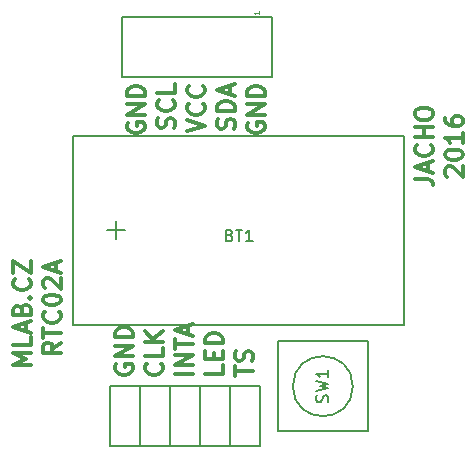
<source format=gbr>
%TF.GenerationSoftware,KiCad,Pcbnew,no-vcs-found-ad9916e~61~ubuntu16.04.1*%
%TF.CreationDate,2017-11-30T02:12:26+01:00*%
%TF.ProjectId,RTC02A,5254433032412E6B696361645F706362,rev?*%
%TF.SameCoordinates,Original*%
%TF.FileFunction,Legend,Top*%
%TF.FilePolarity,Positive*%
%FSLAX46Y46*%
G04 Gerber Fmt 4.6, Leading zero omitted, Abs format (unit mm)*
G04 Created by KiCad (PCBNEW no-vcs-found-ad9916e~61~ubuntu16.04.1) date Thu Nov 30 02:12:26 2017*
%MOMM*%
%LPD*%
G01*
G04 APERTURE LIST*
%ADD10C,0.300000*%
%ADD11C,0.150000*%
%ADD12C,0.127000*%
%ADD13C,0.050000*%
%ADD14C,0.203200*%
G04 APERTURE END LIST*
D10*
X37929428Y24860571D02*
X37858000Y24932000D01*
X37786571Y25074857D01*
X37786571Y25432000D01*
X37858000Y25574857D01*
X37929428Y25646285D01*
X38072285Y25717714D01*
X38215142Y25717714D01*
X38429428Y25646285D01*
X39286571Y24789142D01*
X39286571Y25717714D01*
X37786571Y26646285D02*
X37786571Y26789142D01*
X37858000Y26932000D01*
X37929428Y27003428D01*
X38072285Y27074857D01*
X38358000Y27146285D01*
X38715142Y27146285D01*
X39000857Y27074857D01*
X39143714Y27003428D01*
X39215142Y26932000D01*
X39286571Y26789142D01*
X39286571Y26646285D01*
X39215142Y26503428D01*
X39143714Y26432000D01*
X39000857Y26360571D01*
X38715142Y26289142D01*
X38358000Y26289142D01*
X38072285Y26360571D01*
X37929428Y26432000D01*
X37858000Y26503428D01*
X37786571Y26646285D01*
X39286571Y28574857D02*
X39286571Y27717714D01*
X39286571Y28146285D02*
X37786571Y28146285D01*
X38000857Y28003428D01*
X38143714Y27860571D01*
X38215142Y27717714D01*
X37786571Y29860571D02*
X37786571Y29574857D01*
X37858000Y29432000D01*
X37929428Y29360571D01*
X38143714Y29217714D01*
X38429428Y29146285D01*
X39000857Y29146285D01*
X39143714Y29217714D01*
X39215142Y29289142D01*
X39286571Y29432000D01*
X39286571Y29717714D01*
X39215142Y29860571D01*
X39143714Y29932000D01*
X39000857Y30003428D01*
X38643714Y30003428D01*
X38500857Y29932000D01*
X38429428Y29860571D01*
X38358000Y29717714D01*
X38358000Y29432000D01*
X38429428Y29289142D01*
X38500857Y29217714D01*
X38643714Y29146285D01*
X35246571Y24682000D02*
X36318000Y24682000D01*
X36532285Y24610571D01*
X36675142Y24467714D01*
X36746571Y24253428D01*
X36746571Y24110571D01*
X36318000Y25324857D02*
X36318000Y26039142D01*
X36746571Y25182000D02*
X35246571Y25682000D01*
X36746571Y26182000D01*
X36603714Y27539142D02*
X36675142Y27467714D01*
X36746571Y27253428D01*
X36746571Y27110571D01*
X36675142Y26896285D01*
X36532285Y26753428D01*
X36389428Y26682000D01*
X36103714Y26610571D01*
X35889428Y26610571D01*
X35603714Y26682000D01*
X35460857Y26753428D01*
X35318000Y26896285D01*
X35246571Y27110571D01*
X35246571Y27253428D01*
X35318000Y27467714D01*
X35389428Y27539142D01*
X36746571Y28182000D02*
X35246571Y28182000D01*
X35960857Y28182000D02*
X35960857Y29039142D01*
X36746571Y29039142D02*
X35246571Y29039142D01*
X35246571Y30039142D02*
X35246571Y30324857D01*
X35318000Y30467714D01*
X35460857Y30610571D01*
X35746571Y30682000D01*
X36246571Y30682000D01*
X36532285Y30610571D01*
X36675142Y30467714D01*
X36746571Y30324857D01*
X36746571Y30039142D01*
X36675142Y29896285D01*
X36532285Y29753428D01*
X36246571Y29682000D01*
X35746571Y29682000D01*
X35460857Y29753428D01*
X35318000Y29896285D01*
X35246571Y30039142D01*
X5250571Y10787428D02*
X4536285Y10287428D01*
X5250571Y9930285D02*
X3750571Y9930285D01*
X3750571Y10501714D01*
X3822000Y10644571D01*
X3893428Y10716000D01*
X4036285Y10787428D01*
X4250571Y10787428D01*
X4393428Y10716000D01*
X4464857Y10644571D01*
X4536285Y10501714D01*
X4536285Y9930285D01*
X3750571Y11216000D02*
X3750571Y12073142D01*
X5250571Y11644571D02*
X3750571Y11644571D01*
X5107714Y13430285D02*
X5179142Y13358857D01*
X5250571Y13144571D01*
X5250571Y13001714D01*
X5179142Y12787428D01*
X5036285Y12644571D01*
X4893428Y12573142D01*
X4607714Y12501714D01*
X4393428Y12501714D01*
X4107714Y12573142D01*
X3964857Y12644571D01*
X3822000Y12787428D01*
X3750571Y13001714D01*
X3750571Y13144571D01*
X3822000Y13358857D01*
X3893428Y13430285D01*
X3750571Y14358857D02*
X3750571Y14501714D01*
X3822000Y14644571D01*
X3893428Y14716000D01*
X4036285Y14787428D01*
X4322000Y14858857D01*
X4679142Y14858857D01*
X4964857Y14787428D01*
X5107714Y14716000D01*
X5179142Y14644571D01*
X5250571Y14501714D01*
X5250571Y14358857D01*
X5179142Y14216000D01*
X5107714Y14144571D01*
X4964857Y14073142D01*
X4679142Y14001714D01*
X4322000Y14001714D01*
X4036285Y14073142D01*
X3893428Y14144571D01*
X3822000Y14216000D01*
X3750571Y14358857D01*
X3893428Y15430285D02*
X3822000Y15501714D01*
X3750571Y15644571D01*
X3750571Y16001714D01*
X3822000Y16144571D01*
X3893428Y16216000D01*
X4036285Y16287428D01*
X4179142Y16287428D01*
X4393428Y16216000D01*
X5250571Y15358857D01*
X5250571Y16287428D01*
X4822000Y16858857D02*
X4822000Y17573142D01*
X5250571Y16716000D02*
X3750571Y17216000D01*
X5250571Y17716000D01*
X2710571Y8886571D02*
X1210571Y8886571D01*
X2282000Y9386571D01*
X1210571Y9886571D01*
X2710571Y9886571D01*
X2710571Y11315142D02*
X2710571Y10600857D01*
X1210571Y10600857D01*
X2282000Y11743714D02*
X2282000Y12458000D01*
X2710571Y11600857D02*
X1210571Y12100857D01*
X2710571Y12600857D01*
X1924857Y13600857D02*
X1996285Y13815142D01*
X2067714Y13886571D01*
X2210571Y13958000D01*
X2424857Y13958000D01*
X2567714Y13886571D01*
X2639142Y13815142D01*
X2710571Y13672285D01*
X2710571Y13100857D01*
X1210571Y13100857D01*
X1210571Y13600857D01*
X1282000Y13743714D01*
X1353428Y13815142D01*
X1496285Y13886571D01*
X1639142Y13886571D01*
X1782000Y13815142D01*
X1853428Y13743714D01*
X1924857Y13600857D01*
X1924857Y13100857D01*
X2567714Y14600857D02*
X2639142Y14672285D01*
X2710571Y14600857D01*
X2639142Y14529428D01*
X2567714Y14600857D01*
X2710571Y14600857D01*
X2567714Y16172285D02*
X2639142Y16100857D01*
X2710571Y15886571D01*
X2710571Y15743714D01*
X2639142Y15529428D01*
X2496285Y15386571D01*
X2353428Y15315142D01*
X2067714Y15243714D01*
X1853428Y15243714D01*
X1567714Y15315142D01*
X1424857Y15386571D01*
X1282000Y15529428D01*
X1210571Y15743714D01*
X1210571Y15886571D01*
X1282000Y16100857D01*
X1353428Y16172285D01*
X1210571Y16672285D02*
X1210571Y17672285D01*
X2710571Y16672285D01*
X2710571Y17672285D01*
X10934000Y29396428D02*
X10862571Y29253571D01*
X10862571Y29039285D01*
X10934000Y28825000D01*
X11076857Y28682142D01*
X11219714Y28610714D01*
X11505428Y28539285D01*
X11719714Y28539285D01*
X12005428Y28610714D01*
X12148285Y28682142D01*
X12291142Y28825000D01*
X12362571Y29039285D01*
X12362571Y29182142D01*
X12291142Y29396428D01*
X12219714Y29467857D01*
X11719714Y29467857D01*
X11719714Y29182142D01*
X12362571Y30110714D02*
X10862571Y30110714D01*
X12362571Y30967857D01*
X10862571Y30967857D01*
X12362571Y31682142D02*
X10862571Y31682142D01*
X10862571Y32039285D01*
X10934000Y32253571D01*
X11076857Y32396428D01*
X11219714Y32467857D01*
X11505428Y32539285D01*
X11719714Y32539285D01*
X12005428Y32467857D01*
X12148285Y32396428D01*
X12291142Y32253571D01*
X12362571Y32039285D01*
X12362571Y31682142D01*
X21094000Y29396428D02*
X21022571Y29253571D01*
X21022571Y29039285D01*
X21094000Y28825000D01*
X21236857Y28682142D01*
X21379714Y28610714D01*
X21665428Y28539285D01*
X21879714Y28539285D01*
X22165428Y28610714D01*
X22308285Y28682142D01*
X22451142Y28825000D01*
X22522571Y29039285D01*
X22522571Y29182142D01*
X22451142Y29396428D01*
X22379714Y29467857D01*
X21879714Y29467857D01*
X21879714Y29182142D01*
X22522571Y30110714D02*
X21022571Y30110714D01*
X22522571Y30967857D01*
X21022571Y30967857D01*
X22522571Y31682142D02*
X21022571Y31682142D01*
X21022571Y32039285D01*
X21094000Y32253571D01*
X21236857Y32396428D01*
X21379714Y32467857D01*
X21665428Y32539285D01*
X21879714Y32539285D01*
X22165428Y32467857D01*
X22308285Y32396428D01*
X22451142Y32253571D01*
X22522571Y32039285D01*
X22522571Y31682142D01*
X19911142Y28896428D02*
X19982571Y29110714D01*
X19982571Y29467857D01*
X19911142Y29610714D01*
X19839714Y29682142D01*
X19696857Y29753571D01*
X19554000Y29753571D01*
X19411142Y29682142D01*
X19339714Y29610714D01*
X19268285Y29467857D01*
X19196857Y29182142D01*
X19125428Y29039285D01*
X19054000Y28967857D01*
X18911142Y28896428D01*
X18768285Y28896428D01*
X18625428Y28967857D01*
X18554000Y29039285D01*
X18482571Y29182142D01*
X18482571Y29539285D01*
X18554000Y29753571D01*
X19982571Y30396428D02*
X18482571Y30396428D01*
X18482571Y30753571D01*
X18554000Y30967857D01*
X18696857Y31110714D01*
X18839714Y31182142D01*
X19125428Y31253571D01*
X19339714Y31253571D01*
X19625428Y31182142D01*
X19768285Y31110714D01*
X19911142Y30967857D01*
X19982571Y30753571D01*
X19982571Y30396428D01*
X19554000Y31825000D02*
X19554000Y32539285D01*
X19982571Y31682142D02*
X18482571Y32182142D01*
X19982571Y32682142D01*
X15942571Y28682142D02*
X17442571Y29182142D01*
X15942571Y29682142D01*
X17299714Y31039285D02*
X17371142Y30967857D01*
X17442571Y30753571D01*
X17442571Y30610714D01*
X17371142Y30396428D01*
X17228285Y30253571D01*
X17085428Y30182142D01*
X16799714Y30110714D01*
X16585428Y30110714D01*
X16299714Y30182142D01*
X16156857Y30253571D01*
X16014000Y30396428D01*
X15942571Y30610714D01*
X15942571Y30753571D01*
X16014000Y30967857D01*
X16085428Y31039285D01*
X17299714Y32539285D02*
X17371142Y32467857D01*
X17442571Y32253571D01*
X17442571Y32110714D01*
X17371142Y31896428D01*
X17228285Y31753571D01*
X17085428Y31682142D01*
X16799714Y31610714D01*
X16585428Y31610714D01*
X16299714Y31682142D01*
X16156857Y31753571D01*
X16014000Y31896428D01*
X15942571Y32110714D01*
X15942571Y32253571D01*
X16014000Y32467857D01*
X16085428Y32539285D01*
X20006571Y7957857D02*
X20006571Y8815000D01*
X21506571Y8386428D02*
X20006571Y8386428D01*
X21435142Y9243571D02*
X21506571Y9457857D01*
X21506571Y9815000D01*
X21435142Y9957857D01*
X21363714Y10029285D01*
X21220857Y10100714D01*
X21078000Y10100714D01*
X20935142Y10029285D01*
X20863714Y9957857D01*
X20792285Y9815000D01*
X20720857Y9529285D01*
X20649428Y9386428D01*
X20578000Y9315000D01*
X20435142Y9243571D01*
X20292285Y9243571D01*
X20149428Y9315000D01*
X20078000Y9386428D01*
X20006571Y9529285D01*
X20006571Y9886428D01*
X20078000Y10100714D01*
X18966571Y8886428D02*
X18966571Y8172142D01*
X17466571Y8172142D01*
X18180857Y9386428D02*
X18180857Y9886428D01*
X18966571Y10100714D02*
X18966571Y9386428D01*
X17466571Y9386428D01*
X17466571Y10100714D01*
X18966571Y10743571D02*
X17466571Y10743571D01*
X17466571Y11100714D01*
X17538000Y11315000D01*
X17680857Y11457857D01*
X17823714Y11529285D01*
X18109428Y11600714D01*
X18323714Y11600714D01*
X18609428Y11529285D01*
X18752285Y11457857D01*
X18895142Y11315000D01*
X18966571Y11100714D01*
X18966571Y10743571D01*
X16426571Y8172142D02*
X14926571Y8172142D01*
X16426571Y8886428D02*
X14926571Y8886428D01*
X16426571Y9743571D01*
X14926571Y9743571D01*
X14926571Y10243571D02*
X14926571Y11100714D01*
X16426571Y10672142D02*
X14926571Y10672142D01*
X15998000Y11529285D02*
X15998000Y12243571D01*
X16426571Y11386428D02*
X14926571Y11886428D01*
X16426571Y12386428D01*
X13743714Y9029285D02*
X13815142Y8957857D01*
X13886571Y8743571D01*
X13886571Y8600714D01*
X13815142Y8386428D01*
X13672285Y8243571D01*
X13529428Y8172142D01*
X13243714Y8100714D01*
X13029428Y8100714D01*
X12743714Y8172142D01*
X12600857Y8243571D01*
X12458000Y8386428D01*
X12386571Y8600714D01*
X12386571Y8743571D01*
X12458000Y8957857D01*
X12529428Y9029285D01*
X13886571Y10386428D02*
X13886571Y9672142D01*
X12386571Y9672142D01*
X13886571Y10886428D02*
X12386571Y10886428D01*
X13886571Y11743571D02*
X13029428Y11100714D01*
X12386571Y11743571D02*
X13243714Y10886428D01*
X9918000Y8957857D02*
X9846571Y8815000D01*
X9846571Y8600714D01*
X9918000Y8386428D01*
X10060857Y8243571D01*
X10203714Y8172142D01*
X10489428Y8100714D01*
X10703714Y8100714D01*
X10989428Y8172142D01*
X11132285Y8243571D01*
X11275142Y8386428D01*
X11346571Y8600714D01*
X11346571Y8743571D01*
X11275142Y8957857D01*
X11203714Y9029285D01*
X10703714Y9029285D01*
X10703714Y8743571D01*
X11346571Y9672142D02*
X9846571Y9672142D01*
X11346571Y10529285D01*
X9846571Y10529285D01*
X11346571Y11243571D02*
X9846571Y11243571D01*
X9846571Y11600714D01*
X9918000Y11815000D01*
X10060857Y11957857D01*
X10203714Y12029285D01*
X10489428Y12100714D01*
X10703714Y12100714D01*
X10989428Y12029285D01*
X11132285Y11957857D01*
X11275142Y11815000D01*
X11346571Y11600714D01*
X11346571Y11243571D01*
X14831142Y28967857D02*
X14902571Y29182142D01*
X14902571Y29539285D01*
X14831142Y29682142D01*
X14759714Y29753571D01*
X14616857Y29825000D01*
X14474000Y29825000D01*
X14331142Y29753571D01*
X14259714Y29682142D01*
X14188285Y29539285D01*
X14116857Y29253571D01*
X14045428Y29110714D01*
X13974000Y29039285D01*
X13831142Y28967857D01*
X13688285Y28967857D01*
X13545428Y29039285D01*
X13474000Y29110714D01*
X13402571Y29253571D01*
X13402571Y29610714D01*
X13474000Y29825000D01*
X14759714Y31325000D02*
X14831142Y31253571D01*
X14902571Y31039285D01*
X14902571Y30896428D01*
X14831142Y30682142D01*
X14688285Y30539285D01*
X14545428Y30467857D01*
X14259714Y30396428D01*
X14045428Y30396428D01*
X13759714Y30467857D01*
X13616857Y30539285D01*
X13474000Y30682142D01*
X13402571Y30896428D01*
X13402571Y31039285D01*
X13474000Y31253571D01*
X13545428Y31325000D01*
X14902571Y32682142D02*
X14902571Y31967857D01*
X13402571Y31967857D01*
D11*
X6320000Y12320000D02*
X6320000Y28320000D01*
X34320000Y12320000D02*
X6320000Y12320000D01*
X34320000Y28320000D02*
X34320000Y12320000D01*
X6320000Y28320000D02*
X34320000Y28320000D01*
X23114000Y38354000D02*
X23114000Y33274000D01*
X23114000Y33274000D02*
X10414000Y33274000D01*
X10414000Y33274000D02*
X10414000Y38354000D01*
X10414000Y38354000D02*
X23114000Y38354000D01*
X17018000Y2032000D02*
X17018000Y7112000D01*
X17018000Y7112000D02*
X19558000Y7112000D01*
X19558000Y7112000D02*
X19558000Y2032000D01*
X19558000Y2032000D02*
X17018000Y2032000D01*
X14478000Y2032000D02*
X14478000Y7112000D01*
X14478000Y7112000D02*
X17018000Y7112000D01*
X17018000Y7112000D02*
X17018000Y2032000D01*
X17018000Y2032000D02*
X14478000Y2032000D01*
X11938000Y2032000D02*
X11938000Y7112000D01*
X11938000Y7112000D02*
X14478000Y7112000D01*
X14478000Y7112000D02*
X14478000Y2032000D01*
X14478000Y2032000D02*
X11938000Y2032000D01*
X19558000Y2032000D02*
X19558000Y7112000D01*
X19558000Y7112000D02*
X22098000Y7112000D01*
X22098000Y7112000D02*
X22098000Y2032000D01*
X22098000Y2032000D02*
X19558000Y2032000D01*
D12*
X29972000Y7112000D02*
G75*
G03X29972000Y7112000I-2540000J0D01*
G01*
X23622000Y3302000D02*
X23622000Y10922000D01*
X23622000Y10922000D02*
X31242000Y10922000D01*
X31242000Y10922000D02*
X31242000Y3302000D01*
X23622000Y3302000D02*
X31242000Y3302000D01*
D11*
X9398000Y2032000D02*
X9398000Y7112000D01*
X9398000Y7112000D02*
X11938000Y7112000D01*
X11938000Y7112000D02*
X11938000Y2032000D01*
X11938000Y2032000D02*
X9398000Y2032000D01*
X19534285Y19891428D02*
X19677142Y19843809D01*
X19724761Y19796190D01*
X19772380Y19700952D01*
X19772380Y19558095D01*
X19724761Y19462857D01*
X19677142Y19415238D01*
X19581904Y19367619D01*
X19200952Y19367619D01*
X19200952Y20367619D01*
X19534285Y20367619D01*
X19629523Y20320000D01*
X19677142Y20272380D01*
X19724761Y20177142D01*
X19724761Y20081904D01*
X19677142Y19986666D01*
X19629523Y19939047D01*
X19534285Y19891428D01*
X19200952Y19891428D01*
X20058095Y20367619D02*
X20629523Y20367619D01*
X20343809Y19367619D02*
X20343809Y20367619D01*
X21486666Y19367619D02*
X20915238Y19367619D01*
X21200952Y19367619D02*
X21200952Y20367619D01*
X21105714Y20224761D01*
X21010476Y20129523D01*
X20915238Y20081904D01*
X9118695Y20329542D02*
X10642504Y20329542D01*
X9880600Y19567638D02*
X9880600Y21091447D01*
D13*
X22070190Y38877857D02*
X22070190Y38592142D01*
X22070190Y38735000D02*
X21570190Y38735000D01*
X21641619Y38687380D01*
X21689238Y38639761D01*
X21713047Y38592142D01*
D14*
X27843238Y5757333D02*
X27891619Y5902476D01*
X27891619Y6144380D01*
X27843238Y6241142D01*
X27794857Y6289523D01*
X27698095Y6337904D01*
X27601333Y6337904D01*
X27504571Y6289523D01*
X27456190Y6241142D01*
X27407809Y6144380D01*
X27359428Y5950857D01*
X27311047Y5854095D01*
X27262666Y5805714D01*
X27165904Y5757333D01*
X27069142Y5757333D01*
X26972380Y5805714D01*
X26924000Y5854095D01*
X26875619Y5950857D01*
X26875619Y6192761D01*
X26924000Y6337904D01*
X26875619Y6676571D02*
X27891619Y6918476D01*
X27165904Y7112000D01*
X27891619Y7305523D01*
X26875619Y7547428D01*
X27891619Y8466666D02*
X27891619Y7886095D01*
X27891619Y8176380D02*
X26875619Y8176380D01*
X27020761Y8079619D01*
X27117523Y7982857D01*
X27165904Y7886095D01*
M02*

</source>
